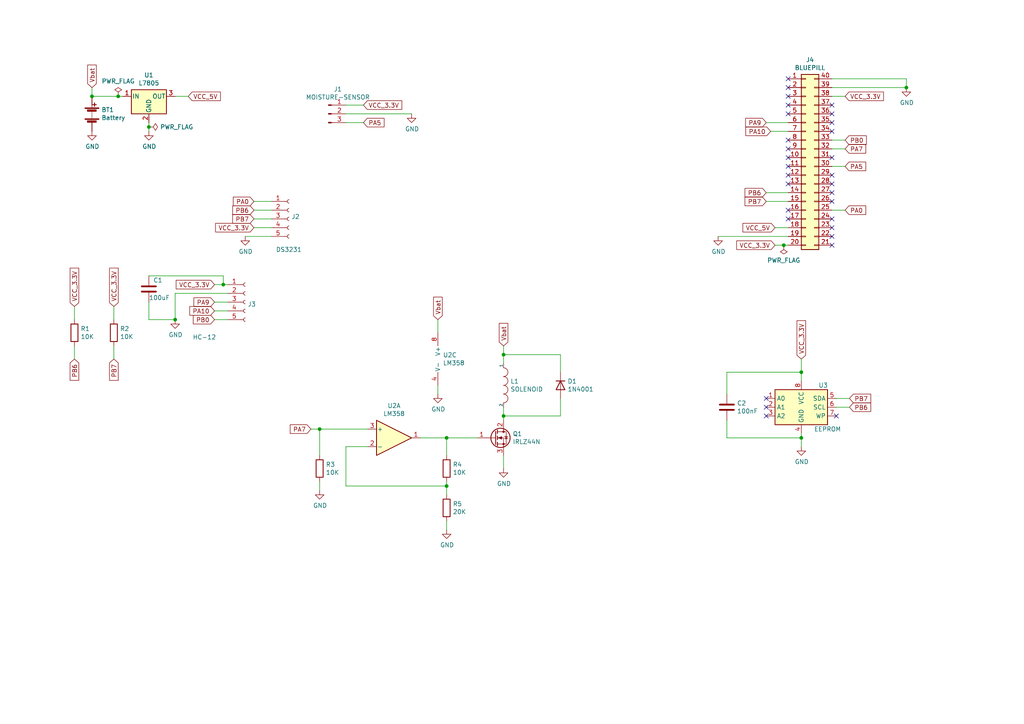
<source format=kicad_sch>
(kicad_sch (version 20211123) (generator eeschema)
  (paper "A4")
  (title_block (title "AUTOCROFT NODE") (date "2021-07-22") (rev "1.0") (company "IOTEAM"))
  (lib_symbols
    (symbol "Amplifier_Operational:LM358" (pin_names (offset 0.127))
      (property "Reference" "U" (at 0 5.08 0))
      (property "Value" "LM358" (at 0 -5.08 0))
      (symbol "LM358_1_1"
        (polyline (pts (xy -5.08 5.08) (xy 5.08 0) (xy -5.08 -5.08) (xy -5.08 5.08)) (stroke (width 0.254)) (fill (type background)))
        (pin output line (at 7.62 0 180) (length 2.54) (name "~") (number "1"))
        (pin input line (at -7.62 -2.54 0) (length 2.54) (name "-") (number "2"))
        (pin input line (at -7.62 2.54 0) (length 2.54) (name "+") (number "3"))
      )
      (symbol "LM358_2_1"
        (polyline (pts (xy -5.08 5.08) (xy 5.08 0) (xy -5.08 -5.08) (xy -5.08 5.08)) (stroke (width 0.254)) (fill (type background)))
        (pin input line (at -7.62 2.54 0) (length 2.54) (name "+") (number "5"))
        (pin input line (at -7.62 -2.54 0) (length 2.54) (name "-") (number "6"))
        (pin output line (at 7.62 0 180) (length 2.54) (name "~") (number "7"))
      )
      (symbol "LM358_3_1"
        (pin power_in line (at -2.54 -7.62 90) (length 3.81) (name "V-") (number "4"))
        (pin power_in line (at -2.54 7.62 270) (length 3.81) (name "V+") (number "8"))
      )
    )
    (symbol "Connector:Conn_01x03_Male" (pin_names (offset 1.016) hide)
      (property "Reference" "J" (at 0 5.08 0))
      (property "Value" "Conn_01x03_Male" (at 0 -5.08 0))
      (symbol "Conn_01x03_Male_1_1"
        (polyline (pts (xy 1.27 -2.54) (xy 0.8636 -2.54)) (stroke (width 0.1524)))
        (polyline (pts (xy 1.27 0) (xy 0.8636 0)) (stroke (width 0.1524)))
        (polyline (pts (xy 1.27 2.54) (xy 0.8636 2.54)) (stroke (width 0.1524)))
        (rectangle (start 0.8636 -2.413) (end 0 -2.667) (stroke (width 0.1524)) (fill (type outline)))
        (rectangle (start 0.8636 0.127) (end 0 -0.127) (stroke (width 0.1524)) (fill (type outline)))
        (rectangle (start 0.8636 2.667) (end 0 2.413) (stroke (width 0.1524)) (fill (type outline)))
        (pin passive line (at 5.08 2.54 180) (length 3.81) (name "Pin_1") (number "1"))
        (pin passive line (at 5.08 0 180) (length 3.81) (name "Pin_2") (number "2"))
        (pin passive line (at 5.08 -2.54 180) (length 3.81) (name "Pin_3") (number "3"))
      )
    )
    (symbol "Connector:Conn_01x05_Female" (pin_names (offset 1.016) hide)
      (property "Reference" "J" (at 0 7.62 0))
      (property "Value" "Conn_01x05_Female" (at 0 -7.62 0))
      (symbol "Conn_01x05_Female_1_1"
        (arc (start 0 -4.572) (mid -0.508 -5.08) (end 0 -5.588) (stroke (width 0.1524)))
        (arc (start 0 -2.032) (mid -0.508 -2.54) (end 0 -3.048) (stroke (width 0.1524)))
        (polyline (pts (xy -1.27 -5.08) (xy -0.508 -5.08)) (stroke (width 0.1524)))
        (polyline (pts (xy -1.27 -2.54) (xy -0.508 -2.54)) (stroke (width 0.1524)))
        (polyline (pts (xy -1.27 0) (xy -0.508 0)) (stroke (width 0.1524)))
        (polyline (pts (xy -1.27 2.54) (xy -0.508 2.54)) (stroke (width 0.1524)))
        (polyline (pts (xy -1.27 5.08) (xy -0.508 5.08)) (stroke (width 0.1524)))
        (arc (start 0 0.508) (mid -0.508 0) (end 0 -0.508) (stroke (width 0.1524)))
        (arc (start 0 3.048) (mid -0.508 2.54) (end 0 2.032) (stroke (width 0.1524)))
        (arc (start 0 5.588) (mid -0.508 5.08) (end 0 4.572) (stroke (width 0.1524)))
        (pin passive line (at -5.08 5.08 0) (length 3.81) (name "Pin_1") (number "1"))
        (pin passive line (at -5.08 2.54 0) (length 3.81) (name "Pin_2") (number "2"))
        (pin passive line (at -5.08 0 0) (length 3.81) (name "Pin_3") (number "3"))
        (pin passive line (at -5.08 -2.54 0) (length 3.81) (name "Pin_4") (number "4"))
        (pin passive line (at -5.08 -5.08 0) (length 3.81) (name "Pin_5") (number "5"))
      )
    )
    (symbol "Connector_Generic:Conn_02x20_Counter_Clockwise" (pin_names (offset 1.016) hide)
      (property "Reference" "J" (at 1.27 25.4 0))
      (property "Value" "Conn_02x20_Counter_Clockwise" (at 1.27 -27.94 0))
      (symbol "Conn_02x20_Counter_Clockwise_1_1"
        (rectangle (start -1.27 -25.273) (end 0 -25.527) (stroke (width 0.1524)))
        (rectangle (start -1.27 -22.733) (end 0 -22.987) (stroke (width 0.1524)))
        (rectangle (start -1.27 -20.193) (end 0 -20.447) (stroke (width 0.1524)))
        (rectangle (start -1.27 -17.653) (end 0 -17.907) (stroke (width 0.1524)))
        (rectangle (start -1.27 -15.113) (end 0 -15.367) (stroke (width 0.1524)))
        (rectangle (start -1.27 -12.573) (end 0 -12.827) (stroke (width 0.1524)))
        (rectangle (start -1.27 -10.033) (end 0 -10.287) (stroke (width 0.1524)))
        (rectangle (start -1.27 -7.493) (end 0 -7.747) (stroke (width 0.1524)))
        (rectangle (start -1.27 -4.953) (end 0 -5.207) (stroke (width 0.1524)))
        (rectangle (start -1.27 -2.413) (end 0 -2.667) (stroke (width 0.1524)))
        (rectangle (start -1.27 0.127) (end 0 -0.127) (stroke (width 0.1524)))
        (rectangle (start -1.27 2.667) (end 0 2.413) (stroke (width 0.1524)))
        (rectangle (start -1.27 5.207) (end 0 4.953) (stroke (width 0.1524)))
        (rectangle (start -1.27 7.747) (end 0 7.493) (stroke (width 0.1524)))
        (rectangle (start -1.27 10.287) (end 0 10.033) (stroke (width 0.1524)))
        (rectangle (start -1.27 12.827) (end 0 12.573) (stroke (width 0.1524)))
        (rectangle (start -1.27 15.367) (end 0 15.113) (stroke (width 0.1524)))
        (rectangle (start -1.27 17.907) (end 0 17.653) (stroke (width 0.1524)))
        (rectangle (start -1.27 20.447) (end 0 20.193) (stroke (width 0.1524)))
        (rectangle (start -1.27 22.987) (end 0 22.733) (stroke (width 0.1524)))
        (rectangle (start -1.27 24.13) (end 3.81 -26.67) (stroke (width 0.254)) (fill (type background)))
        (rectangle (start 3.81 -25.273) (end 2.54 -25.527) (stroke (width 0.1524)))
        (rectangle (start 3.81 -22.733) (end 2.54 -22.987) (stroke (width 0.1524)))
        (rectangle (start 3.81 -20.193) (end 2.54 -20.447) (stroke (width 0.1524)))
        (rectangle (start 3.81 -17.653) (end 2.54 -17.907) (stroke (width 0.1524)))
        (rectangle (start 3.81 -15.113) (end 2.54 -15.367) (stroke (width 0.1524)))
        (rectangle (start 3.81 -12.573) (end 2.54 -12.827) (stroke (width 0.1524)))
        (rectangle (start 3.81 -10.033) (end 2.54 -10.287) (stroke (width 0.1524)))
        (rectangle (start 3.81 -7.493) (end 2.54 -7.747) (stroke (width 0.1524)))
        (rectangle (start 3.81 -4.953) (end 2.54 -5.207) (stroke (width 0.1524)))
        (rectangle (start 3.81 -2.413) (end 2.54 -2.667) (stroke (width 0.1524)))
        (rectangle (start 3.81 0.127) (end 2.54 -0.127) (stroke (width 0.1524)))
        (rectangle (start 3.81 2.667) (end 2.54 2.413) (stroke (width 0.1524)))
        (rectangle (start 3.81 5.207) (end 2.54 4.953) (stroke (width 0.1524)))
        (rectangle (start 3.81 7.747) (end 2.54 7.493) (stroke (width 0.1524)))
        (rectangle (start 3.81 10.287) (end 2.54 10.033) (stroke (width 0.1524)))
        (rectangle (start 3.81 12.827) (end 2.54 12.573) (stroke (width 0.1524)))
        (rectangle (start 3.81 15.367) (end 2.54 15.113) (stroke (width 0.1524)))
        (rectangle (start 3.81 17.907) (end 2.54 17.653) (stroke (width 0.1524)))
        (rectangle (start 3.81 20.447) (end 2.54 20.193) (stroke (width 0.1524)))
        (rectangle (start 3.81 22.987) (end 2.54 22.733) (stroke (width 0.1524)))
        (pin passive line (at -5.08 22.86 0) (length 3.81) (name "Pin_1") (number "1"))
        (pin passive line (at -5.08 0 0) (length 3.81) (name "Pin_10") (number "10"))
        (pin passive line (at -5.08 -2.54 0) (length 3.81) (name "Pin_11") (number "11"))
        (pin passive line (at -5.08 -5.08 0) (length 3.81) (name "Pin_12") (number "12"))
        (pin passive line (at -5.08 -7.62 0) (length 3.81) (name "Pin_13") (number "13"))
        (pin passive line (at -5.08 -10.16 0) (length 3.81) (name "Pin_14") (number "14"))
        (pin passive line (at -5.08 -12.7 0) (length 3.81) (name "Pin_15") (number "15"))
        (pin passive line (at -5.08 -15.24 0) (length 3.81) (name "Pin_16") (number "16"))
        (pin passive line (at -5.08 -17.78 0) (length 3.81) (name "Pin_17") (number "17"))
        (pin passive line (at -5.08 -20.32 0) (length 3.81) (name "Pin_18") (number "18"))
        (pin passive line (at -5.08 -22.86 0) (length 3.81) (name "Pin_19") (number "19"))
        (pin passive line (at -5.08 20.32 0) (length 3.81) (name "Pin_2") (number "2"))
        (pin passive line (at -5.08 -25.4 0) (length 3.81) (name "Pin_20") (number "20"))
        (pin passive line (at 7.62 -25.4 180) (length 3.81) (name "Pin_21") (number "21"))
        (pin passive line (at 7.62 -22.86 180) (length 3.81) (name "Pin_22") (number "22"))
        (pin passive line (at 7.62 -20.32 180) (length 3.81) (name "Pin_23") (number "23"))
        (pin passive line (at 7.62 -17.78 180) (length 3.81) (name "Pin_24") (number "24"))
        (pin passive line (at 7.62 -15.24 180) (length 3.81) (name "Pin_25") (number "25"))
        (pin passive line (at 7.62 -12.7 180) (length 3.81) (name "Pin_26") (number "26"))
        (pin passive line (at 7.62 -10.16 180) (length 3.81) (name "Pin_27") (number "27"))
        (pin passive line (at 7.62 -7.62 180) (length 3.81) (name "Pin_28") (number "28"))
        (pin passive line (at 7.62 -5.08 180) (length 3.81) (name "Pin_29") (number "29"))
        (pin passive line (at -5.08 17.78 0) (length 3.81) (name "Pin_3") (number "3"))
        (pin passive line (at 7.62 -2.54 180) (length 3.81) (name "Pin_30") (number "30"))
        (pin passive line (at 7.62 0 180) (length 3.81) (name "Pin_31") (number "31"))
        (pin passive line (at 7.62 2.54 180) (length 3.81) (name "Pin_32") (number "32"))
        (pin passive line (at 7.62 5.08 180) (length 3.81) (name "Pin_33") (number "33"))
        (pin passive line (at 7.62 7.62 180) (length 3.81) (name "Pin_34") (number "34"))
        (pin passive line (at 7.62 10.16 180) (length 3.81) (name "Pin_35") (number "35"))
        (pin passive line (at 7.62 12.7 180) (length 3.81) (name "Pin_36") (number "36"))
        (pin passive line (at 7.62 15.24 180) (length 3.81) (name "Pin_37") (number "37"))
        (pin passive line (at 7.62 17.78 180) (length 3.81) (name "Pin_38") (number "38"))
        (pin passive line (at 7.62 20.32 180) (length 3.81) (name "Pin_39") (number "39"))
        (pin passive line (at -5.08 15.24 0) (length 3.81) (name "Pin_4") (number "4"))
        (pin passive line (at 7.62 22.86 180) (length 3.81) (name "Pin_40") (number "40"))
        (pin passive line (at -5.08 12.7 0) (length 3.81) (name "Pin_5") (number "5"))
        (pin passive line (at -5.08 10.16 0) (length 3.81) (name "Pin_6") (number "6"))
        (pin passive line (at -5.08 7.62 0) (length 3.81) (name "Pin_7") (number "7"))
        (pin passive line (at -5.08 5.08 0) (length 3.81) (name "Pin_8") (number "8"))
        (pin passive line (at -5.08 2.54 0) (length 3.81) (name "Pin_9") (number "9"))
      )
    )
    (symbol "Device:Battery" (pin_numbers hide) (pin_names (offset 0) hide)
      (property "Reference" "BT" (at 2.54 2.54 0))
      (property "Value" "Battery" (at 2.54 0 0))
      (symbol "Battery_0_1"
        (rectangle (start -2.032 -1.397) (end 2.032 -1.651) (fill (type outline)))
        (rectangle (start -2.032 1.778) (end 2.032 1.524) (fill (type outline)))
        (rectangle (start -1.3208 -1.9812) (end 1.27 -2.4892) (fill (type outline)))
        (rectangle (start -1.3208 1.1938) (end 1.27 0.6858) (fill (type outline)))
        (polyline (pts (xy 0 -1.524) (xy 0 -1.27)))
        (polyline (pts (xy 0 -1.016) (xy 0 -0.762)))
        (polyline (pts (xy 0 -0.508) (xy 0 -0.254)))
        (polyline (pts (xy 0 0) (xy 0 0.254)))
        (polyline (pts (xy 0 0.508) (xy 0 0.762)))
        (polyline (pts (xy 0 1.778) (xy 0 2.54)))
        (polyline (pts (xy 0.254 2.667) (xy 1.27 2.667)) (stroke (width 0.254)))
        (polyline (pts (xy 0.762 3.175) (xy 0.762 2.159)) (stroke (width 0.254)))
      )
      (symbol "Battery_1_1"
        (pin passive line (at 0 5.08 270) (length 2.54) (name "+") (number "1"))
        (pin passive line (at 0 -5.08 90) (length 2.54) (name "-") (number "2"))
      )
    )
    (symbol "Device:C" (pin_numbers hide) (pin_names (offset 0.254))
      (property "Reference" "C" (at 0.635 2.54 0))
      (property "Value" "C" (at 0.635 -2.54 0))
      (symbol "C_0_1"
        (polyline (pts (xy -2.032 -0.762) (xy 2.032 -0.762)) (stroke (width 0.508)))
        (polyline (pts (xy -2.032 0.762) (xy 2.032 0.762)) (stroke (width 0.508)))
      )
      (symbol "C_1_1"
        (pin passive line (at 0 3.81 270) (length 2.794) (name "~") (number "1"))
        (pin passive line (at 0 -3.81 90) (length 2.794) (name "~") (number "2"))
      )
    )
    (symbol "Device:R" (pin_numbers hide) (pin_names (offset 0))
      (property "Reference" "R" (at 2.032 0 90))
      (property "Value" "R" (at 0 0 90))
      (symbol "R_0_1"
        (rectangle (start -1.016 -2.54) (end 1.016 2.54) (stroke (width 0.254)))
      )
      (symbol "R_1_1"
        (pin passive line (at 0 3.81 270) (length 1.27) (name "~") (number "1"))
        (pin passive line (at 0 -3.81 90) (length 1.27) (name "~") (number "2"))
      )
    )
    (symbol "Diode:1N4001" (pin_numbers hide) (pin_names (offset 1.016) hide)
      (property "Reference" "D" (at 0 2.54 0))
      (property "Value" "1N4001" (at 0 -2.54 0))
      (symbol "1N4001_0_1"
        (polyline (pts (xy -1.27 1.27) (xy -1.27 -1.27)) (stroke (width 0.254)))
        (polyline (pts (xy 1.27 0) (xy -1.27 0)))
        (polyline (pts (xy 1.27 1.27) (xy 1.27 -1.27) (xy -1.27 0) (xy 1.27 1.27)) (stroke (width 0.254)))
      )
      (symbol "1N4001_1_1"
        (pin passive line (at -3.81 0 0) (length 2.54) (name "K") (number "1"))
        (pin passive line (at 3.81 0 180) (length 2.54) (name "A") (number "2"))
      )
    )
    (symbol "Memory_EEPROM:CAT24C128"
      (property "Reference" "U" (at -6.35 6.35 0))
      (property "Value" "CAT24C128" (at 1.27 6.35 0))
      (symbol "CAT24C128_1_1"
        (rectangle (start -7.62 5.08) (end 7.62 -5.08) (stroke (width 0.254)) (fill (type background)))
        (pin input line (at -10.16 2.54 0) (length 2.54) (name "A0") (number "1"))
        (pin input line (at -10.16 0 0) (length 2.54) (name "A1") (number "2"))
        (pin input line (at -10.16 -2.54 0) (length 2.54) (name "A2") (number "3"))
        (pin power_in line (at 0 -7.62 90) (length 2.54) (name "GND") (number "4"))
        (pin bidirectional line (at 10.16 2.54 180) (length 2.54) (name "SDA") (number "5"))
        (pin input line (at 10.16 0 180) (length 2.54) (name "SCL") (number "6"))
        (pin input line (at 10.16 -2.54 180) (length 2.54) (name "WP") (number "7"))
        (pin power_in line (at 0 7.62 270) (length 2.54) (name "VCC") (number "8"))
      )
    )
    (symbol "Regulator_Linear:L7805" (pin_names (offset 0.254))
      (property "Reference" "U" (at -3.81 3.175 0))
      (property "Value" "L7805" (at 0 3.175 0))
      (symbol "L7805_0_1"
        (rectangle (start -5.08 1.905) (end 5.08 -5.08) (stroke (width 0.254)) (fill (type background)))
      )
      (symbol "L7805_1_1"
        (pin power_in line (at -7.62 0 0) (length 2.54) (name "IN") (number "1"))
        (pin power_in line (at 0 -7.62 90) (length 2.54) (name "GND") (number "2"))
        (pin power_out line (at 7.62 0 180) (length 2.54) (name "OUT") (number "3"))
      )
    )
    (symbol "Transistor_FET:IRLZ44N" (pin_names hide)
      (property "Reference" "Q" (at 6.35 1.905 0))
      (property "Value" "IRLZ44N" (at 6.35 0 0))
      (symbol "IRLZ44N_0_1"
        (polyline (pts (xy 0.254 0) (xy -2.54 0)))
        (polyline (pts (xy 0.254 1.905) (xy 0.254 -1.905)) (stroke (width 0.254)))
        (polyline (pts (xy 0.762 -1.27) (xy 0.762 -2.286)) (stroke (width 0.254)))
        (polyline (pts (xy 0.762 0.508) (xy 0.762 -0.508)) (stroke (width 0.254)))
        (polyline (pts (xy 0.762 2.286) (xy 0.762 1.27)) (stroke (width 0.254)))
        (polyline (pts (xy 2.54 2.54) (xy 2.54 1.778)))
        (polyline (pts (xy 2.54 -2.54) (xy 2.54 0) (xy 0.762 0)))
        (polyline (pts (xy 0.762 -1.778) (xy 3.302 -1.778) (xy 3.302 1.778) (xy 0.762 1.778)))
        (polyline (pts (xy 1.016 0) (xy 2.032 0.381) (xy 2.032 -0.381) (xy 1.016 0)) (fill (type outline)))
        (polyline (pts (xy 2.794 0.508) (xy 2.921 0.381) (xy 3.683 0.381) (xy 3.81 0.254)))
        (polyline (pts (xy 3.302 0.381) (xy 2.921 -0.254) (xy 3.683 -0.254) (xy 3.302 0.381)))
        (circle (center 1.651 0) (radius 2.794) (stroke (width 0.254)))
        (circle (center 2.54 -1.778) (radius 0.254) (fill (type outline)))
        (circle (center 2.54 1.778) (radius 0.254) (fill (type outline)))
      )
      (symbol "IRLZ44N_1_1"
        (pin input line (at -5.08 0 0) (length 2.54) (name "G") (number "1"))
        (pin passive line (at 2.54 5.08 270) (length 2.54) (name "D") (number "2"))
        (pin passive line (at 2.54 -5.08 90) (length 2.54) (name "S") (number "3"))
      )
    )
    (symbol "power:GND" (power) (pin_names (offset 0))
      (property "Value" "GND" (at 0 -3.81 0))
      (symbol "GND_0_1"
        (polyline (pts (xy 0 0) (xy 0 -1.27) (xy 1.27 -1.27) (xy 0 -2.54) (xy -1.27 -1.27) (xy 0 -1.27)))
      )
      (symbol "GND_1_1"
        (pin power_in line (at 0 0 270) (length 0) hide (name "GND") (number "1"))
      )
    )
    (symbol "power:PWR_FLAG" (power) (pin_numbers hide) (pin_names (offset 0) hide)
      (property "Value" "PWR_FLAG" (at 0 3.81 0))
      (symbol "PWR_FLAG_0_0"
        (pin power_out line (at 0 0 90) (length 0) (name "pwr") (number "1"))
      )
      (symbol "PWR_FLAG_0_1"
        (polyline (pts (xy 0 0) (xy 0 1.27) (xy -1.016 1.905) (xy 0 2.54) (xy 1.016 1.905) (xy 0 1.27)))
      )
    )
    (symbol "pspice:INDUCTOR" (pin_numbers hide) (pin_names (offset 0))
      (property "Reference" "L" (at 0 2.54 0))
      (property "Value" "INDUCTOR" (at 0 -1.27 0))
      (symbol "INDUCTOR_0_1"
        (arc (start -2.54 0) (mid -3.81 1.27) (end -5.08 0))
        (arc (start 0 0) (mid -1.27 1.27) (end -2.54 0))
        (arc (start 2.54 0) (mid 1.27 1.27) (end 0 0))
        (arc (start 5.08 0) (mid 3.81 1.27) (end 2.54 0))
      )
      (symbol "INDUCTOR_1_1"
        (pin input line (at -6.35 0 0) (length 1.27) (name "1") (number "1"))
        (pin input line (at 6.35 0 180) (length 1.27) (name "2") (number "2"))
      )
    )
  )
  (junction (at 34.29 27.94))
  (junction (at 232.41 107.95))
  (junction (at 64.77 82.55))
  (junction (at 227.33 71.12))
  (junction (at 146.05 102.87))
  (junction (at 92.71 124.46))
  (junction (at 129.54 127))
  (junction (at 232.41 127))
  (junction (at 26.67 27.94))
  (junction (at 43.18 36.83))
  (junction (at 146.05 120.65))
  (junction (at 129.54 140.97))
  (junction (at 50.8 92.71))
  (junction (at 262.89 25.4))
  (no_connect (at 241.3 53.34))
  (no_connect (at 241.3 58.42))
  (no_connect (at 228.6 50.8))
  (no_connect (at 241.3 66.04))
  (no_connect (at 228.6 63.5))
  (no_connect (at 228.6 33.02))
  (no_connect (at 228.6 43.18))
  (no_connect (at 228.6 25.4))
  (no_connect (at 228.6 45.72))
  (no_connect (at 222.25 120.65))
  (no_connect (at 241.3 35.56))
  (no_connect (at 228.6 22.86))
  (no_connect (at 228.6 60.96))
  (no_connect (at 222.25 118.11))
  (no_connect (at 228.6 48.26))
  (no_connect (at 241.3 68.58))
  (no_connect (at 222.25 115.57))
  (no_connect (at 241.3 30.48))
  (no_connect (at 241.3 38.1))
  (no_connect (at 241.3 45.72))
  (no_connect (at 228.6 53.34))
  (no_connect (at 241.3 50.8))
  (no_connect (at 241.3 63.5))
  (no_connect (at 241.3 71.12))
  (no_connect (at 228.6 30.48))
  (no_connect (at 228.6 40.64))
  (no_connect (at 241.3 33.02))
  (no_connect (at 242.57 120.65))
  (no_connect (at 241.3 55.88))
  (no_connect (at 228.6 27.94))
  (wire (pts (xy 223.52 38.1) (xy 228.6 38.1)))
  (wire (pts (xy 245.11 43.18) (xy 241.3 43.18)))
  (wire (pts (xy 232.41 127) (xy 232.41 129.54)))
  (wire (pts (xy 224.79 71.12) (xy 227.33 71.12)))
  (wire (pts (xy 127 96.52) (xy 127 92.71)))
  (wire (pts (xy 33.02 100.33) (xy 33.02 104.14)))
  (wire (pts (xy 92.71 132.08) (xy 92.71 124.46)))
  (wire (pts (xy 62.23 92.71) (xy 66.04 92.71)))
  (wire (pts (xy 62.23 87.63) (xy 66.04 87.63)))
  (wire (pts (xy 66.04 82.55) (xy 64.77 82.55)))
  (wire (pts (xy 222.25 55.88) (xy 228.6 55.88)))
  (wire (pts (xy 43.18 80.01) (xy 64.77 80.01)))
  (wire (pts (xy 43.18 36.83) (xy 43.18 38.1)))
  (wire (pts (xy 246.38 115.57) (xy 242.57 115.57)))
  (wire (pts (xy 241.3 48.26) (xy 245.11 48.26)))
  (wire (pts (xy 162.56 115.57) (xy 162.56 120.65)))
  (wire (pts (xy 146.05 120.65) (xy 146.05 121.92)))
  (wire (pts (xy 43.18 87.63) (xy 43.18 92.71)))
  (wire (pts (xy 242.57 118.11) (xy 246.38 118.11)))
  (wire (pts (xy 100.33 33.02) (xy 119.38 33.02)))
  (wire (pts (xy 64.77 82.55) (xy 62.23 82.55)))
  (wire (pts (xy 50.8 27.94) (xy 54.61 27.94)))
  (wire (pts (xy 129.54 140.97) (xy 129.54 143.51)))
  (wire (pts (xy 262.89 22.86) (xy 262.89 25.4)))
  (wire (pts (xy 146.05 102.87) (xy 146.05 105.41)))
  (wire (pts (xy 106.68 129.54) (xy 100.33 129.54)))
  (wire (pts (xy 224.79 66.04) (xy 228.6 66.04)))
  (wire (pts (xy 62.23 90.17) (xy 66.04 90.17)))
  (wire (pts (xy 43.18 35.56) (xy 43.18 36.83)))
  (wire (pts (xy 241.3 22.86) (xy 262.89 22.86)))
  (wire (pts (xy 232.41 125.73) (xy 232.41 127)))
  (wire (pts (xy 64.77 80.01) (xy 64.77 82.55)))
  (wire (pts (xy 227.33 71.12) (xy 228.6 71.12)))
  (wire (pts (xy 146.05 118.11) (xy 146.05 120.65)))
  (wire (pts (xy 26.67 27.94) (xy 34.29 27.94)))
  (wire (pts (xy 127 114.3) (xy 127 111.76)))
  (wire (pts (xy 100.33 30.48) (xy 105.41 30.48)))
  (wire (pts (xy 210.82 127) (xy 232.41 127)))
  (wire (pts (xy 162.56 120.65) (xy 146.05 120.65)))
  (wire (pts (xy 241.3 25.4) (xy 262.89 25.4)))
  (wire (pts (xy 162.56 107.95) (xy 162.56 102.87)))
  (wire (pts (xy 34.29 27.94) (xy 35.56 27.94)))
  (wire (pts (xy 78.74 60.96) (xy 73.66 60.96)))
  (wire (pts (xy 43.18 92.71) (xy 50.8 92.71)))
  (wire (pts (xy 210.82 107.95) (xy 232.41 107.95)))
  (wire (pts (xy 222.25 58.42) (xy 228.6 58.42)))
  (wire (pts (xy 210.82 121.92) (xy 210.82 127)))
  (wire (pts (xy 129.54 127) (xy 138.43 127)))
  (wire (pts (xy 66.04 85.09) (xy 50.8 85.09)))
  (wire (pts (xy 106.68 124.46) (xy 92.71 124.46)))
  (wire (pts (xy 21.59 100.33) (xy 21.59 104.14)))
  (wire (pts (xy 210.82 114.3) (xy 210.82 107.95)))
  (wire (pts (xy 146.05 100.33) (xy 146.05 102.87)))
  (wire (pts (xy 232.41 107.95) (xy 232.41 110.49)))
  (wire (pts (xy 26.67 25.4) (xy 26.67 27.94)))
  (wire (pts (xy 222.25 35.56) (xy 228.6 35.56)))
  (wire (pts (xy 129.54 151.13) (xy 129.54 153.67)))
  (wire (pts (xy 241.3 27.94) (xy 245.11 27.94)))
  (wire (pts (xy 78.74 66.04) (xy 73.66 66.04)))
  (wire (pts (xy 92.71 139.7) (xy 92.71 142.24)))
  (wire (pts (xy 146.05 135.89) (xy 146.05 132.08)))
  (wire (pts (xy 50.8 85.09) (xy 50.8 92.71)))
  (wire (pts (xy 100.33 35.56) (xy 105.41 35.56)))
  (wire (pts (xy 100.33 140.97) (xy 129.54 140.97)))
  (wire (pts (xy 232.41 104.14) (xy 232.41 107.95)))
  (wire (pts (xy 228.6 68.58) (xy 208.28 68.58)))
  (wire (pts (xy 33.02 88.9) (xy 33.02 92.71)))
  (wire (pts (xy 78.74 68.58) (xy 71.12 68.58)))
  (wire (pts (xy 245.11 40.64) (xy 241.3 40.64)))
  (wire (pts (xy 100.33 129.54) (xy 100.33 140.97)))
  (wire (pts (xy 162.56 102.87) (xy 146.05 102.87)))
  (wire (pts (xy 241.3 60.96) (xy 245.11 60.96)))
  (wire (pts (xy 92.71 124.46) (xy 90.17 124.46)))
  (wire (pts (xy 129.54 132.08) (xy 129.54 127)))
  (wire (pts (xy 121.92 127) (xy 129.54 127)))
  (wire (pts (xy 73.66 58.42) (xy 78.74 58.42)))
  (wire (pts (xy 21.59 88.9) (xy 21.59 92.71)))
  (wire (pts (xy 78.74 63.5) (xy 73.66 63.5)))
  (wire (pts (xy 129.54 139.7) (xy 129.54 140.97)))
  (global_label "PA10" (shape input) (at 223.52 38.1 180) (property "Intersheet References" "${INTERSHEET_REFS}" (effects hide)))
  (global_label "PA7" (shape input) (at 90.17 124.46 180) (property "Intersheet References" "${INTERSHEET_REFS}" (effects hide)))
  (global_label "Vbat" (shape input) (at 26.67 25.4 90) (property "Intersheet References" "${INTERSHEET_REFS}" (effects hide)))
  (global_label "VCC_5V" (shape input) (at 224.79 66.04 180) (property "Intersheet References" "${INTERSHEET_REFS}" (effects hide)))
  (global_label "VCC_5V" (shape input) (at 54.61 27.94 0) (property "Intersheet References" "${INTERSHEET_REFS}" (effects hide)))
  (global_label "Vbat" (shape input) (at 127 92.71 90) (property "Intersheet References" "${INTERSHEET_REFS}" (effects hide)))
  (global_label "PA9" (shape input) (at 222.25 35.56 180) (property "Intersheet References" "${INTERSHEET_REFS}" (effects hide)))
  (global_label "PB0" (shape input) (at 62.23 92.71 180) (property "Intersheet References" "${INTERSHEET_REFS}" (effects hide)))
  (global_label "VCC_3.3V" (shape input) (at 232.41 104.14 90) (property "Intersheet References" "${INTERSHEET_REFS}" (effects hide)))
  (global_label "Vbat" (shape input) (at 146.05 100.33 90) (property "Intersheet References" "${INTERSHEET_REFS}" (effects hide)))
  (global_label "PA9" (shape input) (at 62.23 87.63 180) (property "Intersheet References" "${INTERSHEET_REFS}" (effects hide)))
  (global_label "VCC_3.3V" (shape input) (at 245.11 27.94 0) (property "Intersheet References" "${INTERSHEET_REFS}" (effects hide)))
  (global_label "VCC_3.3V" (shape input) (at 33.02 88.9 90) (property "Intersheet References" "${INTERSHEET_REFS}" (effects hide)))
  (global_label "PA0" (shape input) (at 245.11 60.96 0) (property "Intersheet References" "${INTERSHEET_REFS}" (effects hide)))
  (global_label "PB7" (shape input) (at 33.02 104.14 270) (property "Intersheet References" "${INTERSHEET_REFS}" (effects hide)))
  (global_label "PB6" (shape input) (at 21.59 104.14 270) (property "Intersheet References" "${INTERSHEET_REFS}" (effects hide)))
  (global_label "PB6" (shape input) (at 73.66 60.96 180) (property "Intersheet References" "${INTERSHEET_REFS}" (effects hide)))
  (global_label "PB6" (shape input) (at 246.38 118.11 0) (property "Intersheet References" "${INTERSHEET_REFS}" (effects hide)))
  (global_label "VCC_3.3V" (shape input) (at 62.23 82.55 180) (property "Intersheet References" "${INTERSHEET_REFS}" (effects hide)))
  (global_label "PB7" (shape input) (at 222.25 58.42 180) (property "Intersheet References" "${INTERSHEET_REFS}" (effects hide)))
  (global_label "PA5" (shape input) (at 245.11 48.26 0) (property "Intersheet References" "${INTERSHEET_REFS}" (effects hide)))
  (global_label "PB6" (shape input) (at 222.25 55.88 180) (property "Intersheet References" "${INTERSHEET_REFS}" (effects hide)))
  (global_label "VCC_3.3V" (shape input) (at 224.79 71.12 180) (property "Intersheet References" "${INTERSHEET_REFS}" (effects hide)))
  (global_label "PB7" (shape input) (at 246.38 115.57 0) (property "Intersheet References" "${INTERSHEET_REFS}" (effects hide)))
  (global_label "PA10" (shape input) (at 62.23 90.17 180) (property "Intersheet References" "${INTERSHEET_REFS}" (effects hide)))
  (global_label "VCC_3.3V" (shape input) (at 73.66 66.04 180) (property "Intersheet References" "${INTERSHEET_REFS}" (effects hide)))
  (global_label "VCC_3.3V" (shape input) (at 21.59 88.9 90) (property "Intersheet References" "${INTERSHEET_REFS}" (effects hide)))
  (global_label "PA7" (shape input) (at 245.11 43.18 0) (property "Intersheet References" "${INTERSHEET_REFS}" (effects hide)))
  (global_label "PA0" (shape input) (at 73.66 58.42 180) (property "Intersheet References" "${INTERSHEET_REFS}" (effects hide)))
  (global_label "PB0" (shape input) (at 245.11 40.64 0) (property "Intersheet References" "${INTERSHEET_REFS}" (effects hide)))
  (global_label "PB7" (shape input) (at 73.66 63.5 180) (property "Intersheet References" "${INTERSHEET_REFS}" (effects hide)))
  (global_label "VCC_3.3V" (shape input) (at 105.41 30.48 0) (property "Intersheet References" "${INTERSHEET_REFS}" (effects hide)))
  (global_label "PA5" (shape input) (at 105.41 35.56 0) (property "Intersheet References" "${INTERSHEET_REFS}" (effects hide)))
  (symbol (lib_id "Connector_Generic:Conn_02x20_Counter_Clockwise") (at 233.68 45.72 0) (unit 1)
    (property "Reference" "J4" (at 234.95 17.3482 0))
    (property "Value" "BLUEPILL" (at 234.95 19.6596 0))
    (property "Footprint" "BLUEPILL:BLUEPILL" (effects hide))
  )
  (symbol (lib_id "Connector:Conn_01x05_Female") (at 71.12 87.63 0) (unit 1)
    (property "Reference" "J3" (at 71.8312 88.2396 0) (effects (justify left)))
    (property "Value" "HC-12" (at 55.88 97.79 0) (effects (justify left)))
    (property "Footprint" "Connector_PinSocket_2.54mm:PinSocket_1x05_P2.54mm_Vertical" (effects hide))
  )
  (symbol (lib_id "Connector:Conn_01x05_Female") (at 83.82 63.5 0) (unit 1)
    (property "Reference" "J2" (at 84.5312 62.8396 0) (effects (justify left)))
    (property "Value" "DS3231" (at 80.01 72.39 0) (effects (justify left)))
    (property "Footprint" "Connector_PinSocket_2.54mm:PinSocket_1x05_P2.54mm_Vertical" (effects hide))
  )
  (symbol (lib_id "power:GND") (at 43.18 38.1 0) (unit 1)
    (property "Reference" "#PWR04" (effects hide))
    (property "Value" "GND" (at 43.307 42.4942 0))
  )
  (symbol (lib_id "Amplifier_Operational:LM358") (at 114.3 127 0) (unit 1)
    (property "Reference" "U2" (at 114.3 117.6782 0))
    (property "Value" "LM358" (at 114.3 119.9896 0))
    (property "Footprint" "Package_DIP:DIP-8_W7.62mm_Socket" (effects hide))
    (property "Datasheet" "http://www.ti.com/lit/ds/symlink/lm2904-n.pdf" (effects hide))
  )
  (symbol (lib_id "power:GND") (at 208.28 68.58 0) (unit 1)
    (property "Reference" "#PWR08" (effects hide))
    (property "Value" "GND" (at 208.407 72.9742 0))
  )
  (symbol (lib_id "Transistor_FET:IRLZ44N") (at 143.51 127 0) (unit 1)
    (property "Reference" "Q1" (at 148.6916 125.8316 0) (effects (justify left)))
    (property "Value" "IRLZ44N" (at 148.6916 128.143 0) (effects (justify left)))
    (property "Footprint" "Package_TO_SOT_THT:TO-220-3_Vertical" (effects hide))
    (property "Datasheet" "http://www.irf.com/product-info/datasheets/data/irlz44n.pdf" (effects hide))
  )
  (symbol (lib_id "Regulator_Linear:L7805") (at 43.18 27.94 0) (unit 1)
    (property "Reference" "U1" (at 43.18 21.7932 0))
    (property "Value" "L7805" (at 43.18 24.1046 0))
    (property "Footprint" "Package_TO_SOT_THT:TO-220-3_Vertical" (effects hide))
    (property "Datasheet" "http://www.st.com/content/ccc/resource/technical/document/datasheet/41/4f/b3/b0/12/d4/47/88/CD00000444.pdf/files/CD00000444.pdf/jcr:content/translations/en.CD00000444.pdf" (effects hide))
  )
  (symbol (lib_id "Connector:Conn_01x03_Male") (at 95.25 33.02 0) (unit 1)
    (property "Reference" "J1" (at 97.9932 25.8826 0))
    (property "Value" "MOISTURE-SENSOR" (at 97.9932 28.194 0))
    (property "Footprint" "Connector_PinHeader_2.54mm:PinHeader_1x03_P2.54mm_Vertical" (effects hide))
  )
  (symbol (lib_id "pspice:INDUCTOR") (at 146.05 111.76 270) (unit 1)
    (property "Reference" "L1" (at 148.0312 110.5916 90) (effects (justify left)))
    (property "Value" "SOLENOID" (at 148.0312 112.903 90) (effects (justify left)))
    (property "Footprint" "BATT:BATT" (effects hide))
  )
  (symbol (lib_id "Diode:1N4001") (at 162.56 111.76 270) (unit 1)
    (property "Reference" "D1" (at 164.592 110.5916 90) (effects (justify left)))
    (property "Value" "1N4001" (at 164.592 112.903 90) (effects (justify left)))
    (property "Footprint" "Diode_THT:D_DO-41_SOD81_P10.16mm_Horizontal" (effects hide))
    (property "Datasheet" "http://www.vishay.com/docs/88503/1n4001.pdf" (effects hide))
  )
  (symbol (lib_id "power:GND") (at 146.05 135.89 0) (unit 1)
    (property "Reference" "#PWR07" (effects hide))
    (property "Value" "GND" (at 146.177 140.2842 0))
  )
  (symbol (lib_id "Device:R") (at 129.54 135.89 0) (unit 1)
    (property "Reference" "R4" (at 131.318 134.7216 0) (effects (justify left)))
    (property "Value" "10K" (at 131.318 137.033 0) (effects (justify left)))
    (property "Footprint" "Resistor_THT:R_Axial_DIN0207_L6.3mm_D2.5mm_P7.62mm_Horizontal" (effects hide))
  )
  (symbol (lib_id "Device:R") (at 129.54 147.32 0) (unit 1)
    (property "Reference" "R5" (at 131.318 146.1516 0) (effects (justify left)))
    (property "Value" "20K" (at 131.318 148.463 0) (effects (justify left)))
    (property "Footprint" "Resistor_THT:R_Axial_DIN0207_L6.3mm_D2.5mm_P7.62mm_Horizontal" (effects hide))
  )
  (symbol (lib_id "power:GND") (at 129.54 153.67 0) (unit 1)
    (property "Reference" "#PWR05" (effects hide))
    (property "Value" "GND" (at 129.667 158.0642 0))
  )
  (symbol (lib_id "Device:R") (at 92.71 135.89 0) (unit 1)
    (property "Reference" "R3" (at 94.488 134.7216 0) (effects (justify left)))
    (property "Value" "10K" (at 94.488 137.033 0) (effects (justify left)))
    (property "Footprint" "Resistor_THT:R_Axial_DIN0207_L6.3mm_D2.5mm_P7.62mm_Horizontal" (effects hide))
  )
  (symbol (lib_id "power:GND") (at 92.71 142.24 0) (unit 1)
    (property "Reference" "#PWR02" (effects hide))
    (property "Value" "GND" (at 92.837 146.6342 0))
  )
  (symbol (lib_id "power:GND") (at 119.38 33.02 0) (unit 1)
    (property "Reference" "#PWR06" (effects hide))
    (property "Value" "GND" (at 119.507 37.4142 0))
  )
  (symbol (lib_id "Device:R") (at 33.02 96.52 0) (unit 1)
    (property "Reference" "R2" (at 34.798 95.3516 0) (effects (justify left)))
    (property "Value" "10K" (at 34.798 97.663 0) (effects (justify left)))
    (property "Footprint" "Resistor_THT:R_Axial_DIN0207_L6.3mm_D2.5mm_P7.62mm_Horizontal" (effects hide))
  )
  (symbol (lib_id "Device:R") (at 21.59 96.52 0) (unit 1)
    (property "Reference" "R1" (at 23.368 95.3516 0) (effects (justify left)))
    (property "Value" "10K" (at 23.368 97.663 0) (effects (justify left)))
    (property "Footprint" "Resistor_THT:R_Axial_DIN0207_L6.3mm_D2.5mm_P7.62mm_Horizontal" (effects hide))
  )
  (symbol (lib_id "power:GND") (at 71.12 68.58 0) (unit 1)
    (property "Reference" "#PWR03" (effects hide))
    (property "Value" "GND" (at 71.247 72.9742 0))
  )
  (symbol (lib_id "Device:C") (at 43.18 83.82 0) (unit 1)
    (property "Reference" "C1" (at 44.45 81.28 0) (effects (justify left)))
    (property "Value" "100uF" (at 43.18 86.36 0) (effects (justify left)))
    (property "Footprint" "Capacitor_THT:CP_Radial_D10.0mm_P5.00mm" (effects hide))
  )
  (symbol (lib_id "Memory_EEPROM:CAT24C128") (at 232.41 118.11 0) (unit 1)
    (property "Reference" "U3" (at 238.76 111.76 0))
    (property "Value" "EEPROM" (at 240.03 124.46 0))
    (property "Footprint" "Package_DIP:DIP-8_W7.62mm_Socket" (effects hide))
    (property "Datasheet" "https://www.onsemi.com/pub/Collateral/CAT24C128-D.PDF" (effects hide))
  )
  (symbol (lib_id "power:GND") (at 232.41 129.54 0) (unit 1)
    (property "Reference" "#PWR09" (effects hide))
    (property "Value" "GND" (at 232.537 133.9342 0))
  )
  (symbol (lib_id "power:PWR_FLAG") (at 34.29 27.94 0) (unit 1)
    (property "Reference" "#FLG0101" (effects hide))
    (property "Value" "PWR_FLAG" (at 34.29 23.5458 0))
  )
  (symbol (lib_id "power:PWR_FLAG") (at 43.18 36.83 270) (unit 1)
    (property "Reference" "#FLG0102" (effects hide))
    (property "Value" "PWR_FLAG" (at 46.4312 36.83 90) (effects (justify left)))
  )
  (symbol (lib_id "power:PWR_FLAG") (at 227.33 71.12 180) (unit 1)
    (property "Reference" "#FLG0103" (effects hide))
    (property "Value" "PWR_FLAG" (at 227.33 75.5142 0))
  )
  (symbol (lib_id "Device:C") (at 210.82 118.11 0) (unit 1)
    (property "Reference" "C2" (at 213.741 116.9416 0) (effects (justify left)))
    (property "Value" "100nF" (at 213.741 119.253 0) (effects (justify left)))
    (property "Footprint" "Capacitor_THT:C_Disc_D3.0mm_W2.0mm_P2.50mm" (effects hide))
  )
  (symbol (lib_id "power:GND") (at 262.89 25.4 0) (unit 1)
    (property "Reference" "#PWR0101" (effects hide))
    (property "Value" "GND" (at 263.017 29.7942 0))
  )
  (symbol (lib_id "Device:Battery") (at 26.67 33.02 0) (unit 1)
    (property "Reference" "BT1" (at 29.4132 31.8516 0) (effects (justify left)))
    (property "Value" "Battery" (at 29.4132 34.163 0) (effects (justify left)))
    (property "Footprint" "BATT:BATT" (effects hide))
  )
  (symbol (lib_id "power:GND") (at 50.8 92.71 0) (unit 1)
    (property "Reference" "#PWR0103" (effects hide))
    (property "Value" "GND" (at 50.927 97.1042 0))
  )
  (symbol (lib_id "power:GND") (at 26.67 38.1 0) (unit 1)
    (property "Reference" "#PWR0102" (effects hide))
    (property "Value" "GND" (at 26.797 42.4942 0))
  )
  (symbol (lib_id "Amplifier_Operational:LM358") (at 129.54 104.14 0) (unit 3)
    (property "Reference" "U2" (at 128.4732 102.9716 0) (effects (justify left)))
    (property "Value" "LM358" (at 128.4732 105.283 0) (effects (justify left)))
    (property "Footprint" "Package_DIP:DIP-8_W7.62mm_Socket" (effects hide))
    (property "Datasheet" "http://www.ti.com/lit/ds/symlink/lm2904-n.pdf" (effects hide))
  )
  (symbol (lib_id "power:GND") (at 127 114.3 0) (unit 1)
    (property "Reference" "#PWR010" (effects hide))
    (property "Value" "GND" (at 127.127 118.6942 0))
  )
)
</source>
